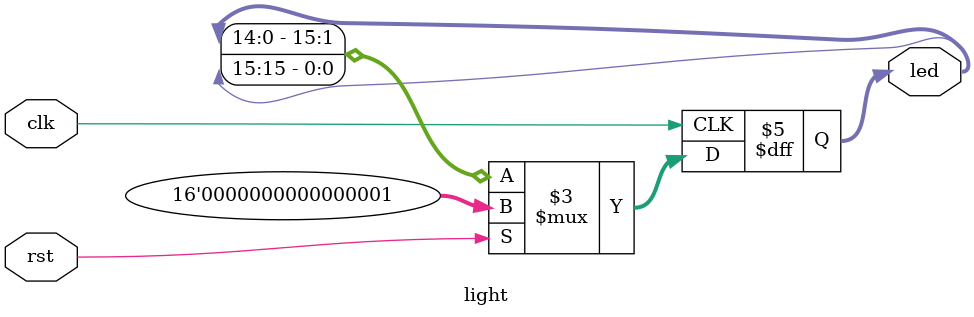
<source format=v>
module light(
	input clk,
	input rst,
	output reg [15:0] led
);
	
	always @ (posedge clk) begin
		if (rst) begin 
			led <= 1;
		end
		else begin
			led <= {led[14:0], led[15]};
		end
	end
endmodule

</source>
